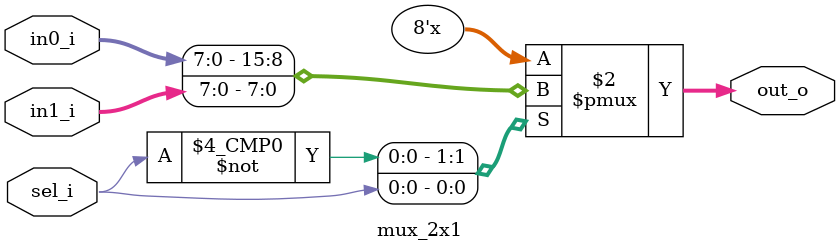
<source format=v>
`timescale 1ns / 1ps


`timescale 1ns / 1ps

module mux_2x1
#(
    parameter DATA_WIDTH = 8    // Width of each input
)
(
    input wire [DATA_WIDTH-1:0] in0_i,  // Input 0
    input wire [DATA_WIDTH-1:0] in1_i,  // Input 1
    input wire sel_i,                // Selection line
    output reg [DATA_WIDTH-1:0] out_o   // Output
);

always @*
begin
  case (sel_i)
    1'b0: out_o = in0_i;  // Select input 0
    1'b1: out_o = in1_i;  // Select input 1
    default: out_o = {DATA_WIDTH{1'b0}}; // Default output to all zeros
  endcase
end

endmodule

</source>
